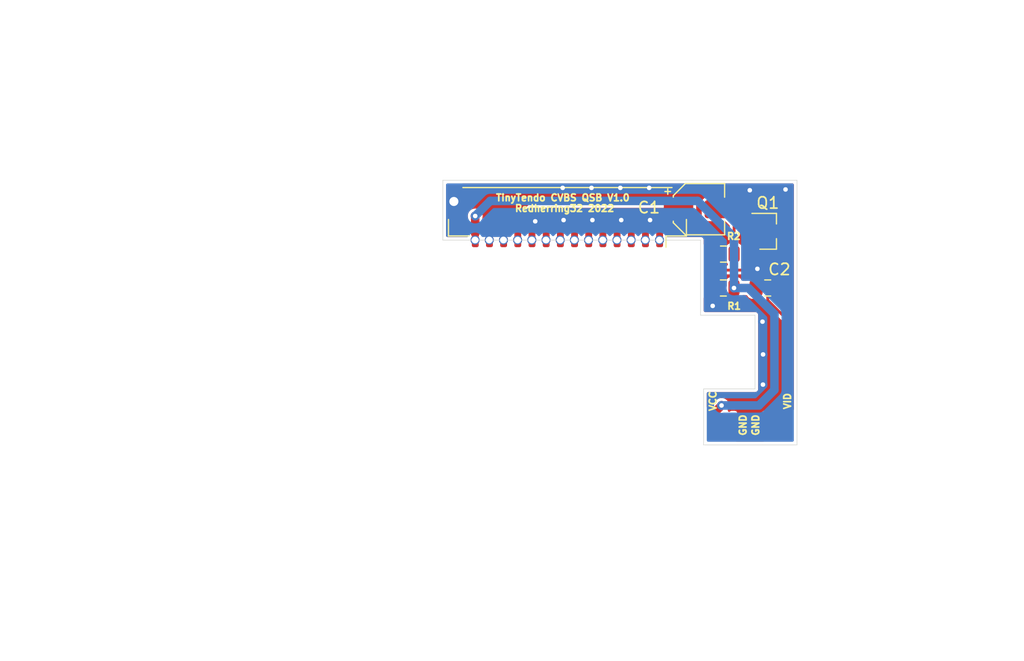
<source format=kicad_pcb>
(kicad_pcb (version 20171130) (host pcbnew "(5.1.10)-1")

  (general
    (thickness 0.6)
    (drawings 19)
    (tracks 74)
    (zones 0)
    (modules 10)
    (nets 17)
  )

  (page A4)
  (layers
    (0 F.Cu signal)
    (31 B.Cu signal)
    (32 B.Adhes user)
    (33 F.Adhes user)
    (34 B.Paste user)
    (35 F.Paste user)
    (36 B.SilkS user)
    (37 F.SilkS user)
    (38 B.Mask user)
    (39 F.Mask user)
    (40 Dwgs.User user)
    (41 Cmts.User user)
    (42 Eco1.User user)
    (43 Eco2.User user)
    (44 Edge.Cuts user)
    (45 Margin user)
    (46 B.CrtYd user)
    (47 F.CrtYd user)
    (48 B.Fab user)
    (49 F.Fab user hide)
  )

  (setup
    (last_trace_width 0.75)
    (user_trace_width 0.75)
    (trace_clearance 0.2)
    (zone_clearance 0.254)
    (zone_45_only no)
    (trace_min 0.2)
    (via_size 0.8)
    (via_drill 0.4)
    (via_min_size 0.4)
    (via_min_drill 0.3)
    (uvia_size 0.3)
    (uvia_drill 0.1)
    (uvias_allowed no)
    (uvia_min_size 0.2)
    (uvia_min_drill 0.1)
    (edge_width 0.05)
    (segment_width 0.2)
    (pcb_text_width 0.3)
    (pcb_text_size 1.5 1.5)
    (mod_edge_width 0.12)
    (mod_text_size 1 1)
    (mod_text_width 0.15)
    (pad_size 1 2.7)
    (pad_drill 0)
    (pad_to_mask_clearance 0)
    (aux_axis_origin 0 0)
    (visible_elements 7FFFFFFF)
    (pcbplotparams
      (layerselection 0x010fc_ffffffff)
      (usegerberextensions false)
      (usegerberattributes false)
      (usegerberadvancedattributes false)
      (creategerberjobfile false)
      (excludeedgelayer true)
      (linewidth 0.100000)
      (plotframeref false)
      (viasonmask false)
      (mode 1)
      (useauxorigin false)
      (hpglpennumber 1)
      (hpglpenspeed 20)
      (hpglpendiameter 15.000000)
      (psnegative false)
      (psa4output false)
      (plotreference true)
      (plotvalue true)
      (plotinvisibletext false)
      (padsonsilk false)
      (subtractmaskfromsilk false)
      (outputformat 1)
      (mirror false)
      (drillshape 0)
      (scaleselection 1)
      (outputdirectory "../Gerbers/CompositeAmp"))
  )

  (net 0 "")
  (net 1 /GND)
  (net 2 /5V)
  (net 3 /VIDEO-IN)
  (net 4 "Net-(J1-Pad10)")
  (net 5 "Net-(J1-Pad9)")
  (net 6 "Net-(J1-Pad8)")
  (net 7 "Net-(J1-Pad7)")
  (net 8 "Net-(J1-Pad6)")
  (net 9 "Net-(J1-Pad5)")
  (net 10 /VIDEO-OUT)
  (net 11 "Net-(J1-Pad4)")
  (net 12 "Net-(J1-Pad3)")
  (net 13 "Net-(J1-Pad2)")
  (net 14 "Net-(J1-Pad1)")
  (net 15 "Net-(Q1-Pad2)")
  (net 16 "Net-(C1-Pad2)")

  (net_class Default "This is the default net class."
    (clearance 0.2)
    (trace_width 0.25)
    (via_dia 0.8)
    (via_drill 0.4)
    (uvia_dia 0.3)
    (uvia_drill 0.1)
    (add_net /5V)
    (add_net /GND)
    (add_net /VIDEO-IN)
    (add_net /VIDEO-OUT)
    (add_net "Net-(C1-Pad2)")
    (add_net "Net-(J1-Pad1)")
    (add_net "Net-(J1-Pad10)")
    (add_net "Net-(J1-Pad2)")
    (add_net "Net-(J1-Pad3)")
    (add_net "Net-(J1-Pad4)")
    (add_net "Net-(J1-Pad5)")
    (add_net "Net-(J1-Pad6)")
    (add_net "Net-(J1-Pad7)")
    (add_net "Net-(J1-Pad8)")
    (add_net "Net-(J1-Pad9)")
    (add_net "Net-(Q1-Pad2)")
  )

  (module Capacitor_SMD:C_0805_2012Metric_Pad1.15x1.40mm_HandSolder (layer F.Cu) (tedit 5B36C52B) (tstamp 6292DF49)
    (at 85.25 72.73)
    (descr "Capacitor SMD 0805 (2012 Metric), square (rectangular) end terminal, IPC_7351 nominal with elongated pad for handsoldering. (Body size source: https://docs.google.com/spreadsheets/d/1BsfQQcO9C6DZCsRaXUlFlo91Tg2WpOkGARC1WS5S8t0/edit?usp=sharing), generated with kicad-footprint-generator")
    (tags "capacitor handsolder")
    (path /62935BB3)
    (attr smd)
    (fp_text reference C2 (at 1.03 -1.64) (layer F.SilkS)
      (effects (font (size 1 1) (thickness 0.15)))
    )
    (fp_text value 22uF (at 0 1.65) (layer F.Fab)
      (effects (font (size 1 1) (thickness 0.15)))
    )
    (fp_text user %R (at 0 0) (layer F.Fab)
      (effects (font (size 0.5 0.5) (thickness 0.08)))
    )
    (fp_line (start -1 0.6) (end -1 -0.6) (layer F.Fab) (width 0.1))
    (fp_line (start -1 -0.6) (end 1 -0.6) (layer F.Fab) (width 0.1))
    (fp_line (start 1 -0.6) (end 1 0.6) (layer F.Fab) (width 0.1))
    (fp_line (start 1 0.6) (end -1 0.6) (layer F.Fab) (width 0.1))
    (fp_line (start -0.261252 -0.71) (end 0.261252 -0.71) (layer F.SilkS) (width 0.12))
    (fp_line (start -0.261252 0.71) (end 0.261252 0.71) (layer F.SilkS) (width 0.12))
    (fp_line (start -1.85 0.95) (end -1.85 -0.95) (layer F.CrtYd) (width 0.05))
    (fp_line (start -1.85 -0.95) (end 1.85 -0.95) (layer F.CrtYd) (width 0.05))
    (fp_line (start 1.85 -0.95) (end 1.85 0.95) (layer F.CrtYd) (width 0.05))
    (fp_line (start 1.85 0.95) (end -1.85 0.95) (layer F.CrtYd) (width 0.05))
    (pad 2 smd roundrect (at 1.025 0) (size 1.15 1.4) (layers F.Cu F.Paste F.Mask) (roundrect_rratio 0.217391)
      (net 1 /GND))
    (pad 1 smd roundrect (at -1.025 0) (size 1.15 1.4) (layers F.Cu F.Paste F.Mask) (roundrect_rratio 0.217391)
      (net 2 /5V))
    (model ${KISYS3DMOD}/Capacitor_SMD.3dshapes/C_0805_2012Metric.wrl
      (at (xyz 0 0 0))
      (scale (xyz 1 1 1))
      (rotate (xyz 0 0 0))
    )
  )

  (module Package_TO_SOT_SMD:SOT-23 (layer F.Cu) (tedit 5A02FF57) (tstamp 6292D6C4)
    (at 85.26 67.73)
    (descr "SOT-23, Standard")
    (tags SOT-23)
    (path /6022F5A4)
    (attr smd)
    (fp_text reference Q1 (at 0 -2.5) (layer F.SilkS)
      (effects (font (size 1 1) (thickness 0.15)))
    )
    (fp_text value MMBT3906 (at 0 2.5) (layer F.Fab)
      (effects (font (size 1 1) (thickness 0.15)))
    )
    (fp_text user %R (at 0 0 90) (layer F.Fab)
      (effects (font (size 0.5 0.5) (thickness 0.075)))
    )
    (fp_line (start -0.7 -0.95) (end -0.7 1.5) (layer F.Fab) (width 0.1))
    (fp_line (start -0.15 -1.52) (end 0.7 -1.52) (layer F.Fab) (width 0.1))
    (fp_line (start -0.7 -0.95) (end -0.15 -1.52) (layer F.Fab) (width 0.1))
    (fp_line (start 0.7 -1.52) (end 0.7 1.52) (layer F.Fab) (width 0.1))
    (fp_line (start -0.7 1.52) (end 0.7 1.52) (layer F.Fab) (width 0.1))
    (fp_line (start 0.76 1.58) (end 0.76 0.65) (layer F.SilkS) (width 0.12))
    (fp_line (start 0.76 -1.58) (end 0.76 -0.65) (layer F.SilkS) (width 0.12))
    (fp_line (start -1.7 -1.75) (end 1.7 -1.75) (layer F.CrtYd) (width 0.05))
    (fp_line (start 1.7 -1.75) (end 1.7 1.75) (layer F.CrtYd) (width 0.05))
    (fp_line (start 1.7 1.75) (end -1.7 1.75) (layer F.CrtYd) (width 0.05))
    (fp_line (start -1.7 1.75) (end -1.7 -1.75) (layer F.CrtYd) (width 0.05))
    (fp_line (start 0.76 -1.58) (end -1.4 -1.58) (layer F.SilkS) (width 0.12))
    (fp_line (start 0.76 1.58) (end -0.7 1.58) (layer F.SilkS) (width 0.12))
    (pad 3 smd rect (at 1 0) (size 0.9 0.8) (layers F.Cu F.Paste F.Mask)
      (net 1 /GND))
    (pad 2 smd rect (at -1 0.95) (size 0.9 0.8) (layers F.Cu F.Paste F.Mask)
      (net 15 "Net-(Q1-Pad2)"))
    (pad 1 smd rect (at -1 -0.95) (size 0.9 0.8) (layers F.Cu F.Paste F.Mask)
      (net 3 /VIDEO-IN))
    (model ${KISYS3DMOD}/Package_TO_SOT_SMD.3dshapes/SOT-23.wrl
      (at (xyz 0 0 0))
      (scale (xyz 1 1 1))
      (rotate (xyz 0 0 0))
    )
  )

  (module Capacitor_SMD:CP_Elec_4x4.5 (layer F.Cu) (tedit 5BCA39CF) (tstamp 6275D37F)
    (at 79.19 65.78)
    (descr "SMD capacitor, aluminum electrolytic, Nichicon, 4.0x4.5mm")
    (tags "capacitor electrolytic")
    (path /6021CE25)
    (attr smd)
    (fp_text reference C1 (at -4.41 -0.14) (layer F.SilkS)
      (effects (font (size 1 1) (thickness 0.15)))
    )
    (fp_text value 100uF (at 0 3.2) (layer F.Fab)
      (effects (font (size 1 1) (thickness 0.15)))
    )
    (fp_line (start -3.35 1.05) (end -2.4 1.05) (layer F.CrtYd) (width 0.05))
    (fp_line (start -3.35 -1.05) (end -3.35 1.05) (layer F.CrtYd) (width 0.05))
    (fp_line (start -2.4 -1.05) (end -3.35 -1.05) (layer F.CrtYd) (width 0.05))
    (fp_line (start -2.4 1.05) (end -2.4 1.25) (layer F.CrtYd) (width 0.05))
    (fp_line (start -2.4 -1.25) (end -2.4 -1.05) (layer F.CrtYd) (width 0.05))
    (fp_line (start -2.4 -1.25) (end -1.25 -2.4) (layer F.CrtYd) (width 0.05))
    (fp_line (start -2.4 1.25) (end -1.25 2.4) (layer F.CrtYd) (width 0.05))
    (fp_line (start -1.25 -2.4) (end 2.4 -2.4) (layer F.CrtYd) (width 0.05))
    (fp_line (start -1.25 2.4) (end 2.4 2.4) (layer F.CrtYd) (width 0.05))
    (fp_line (start 2.4 1.05) (end 2.4 2.4) (layer F.CrtYd) (width 0.05))
    (fp_line (start 3.35 1.05) (end 2.4 1.05) (layer F.CrtYd) (width 0.05))
    (fp_line (start 3.35 -1.05) (end 3.35 1.05) (layer F.CrtYd) (width 0.05))
    (fp_line (start 2.4 -1.05) (end 3.35 -1.05) (layer F.CrtYd) (width 0.05))
    (fp_line (start 2.4 -2.4) (end 2.4 -1.05) (layer F.CrtYd) (width 0.05))
    (fp_line (start -2.75 -1.81) (end -2.75 -1.31) (layer F.SilkS) (width 0.12))
    (fp_line (start -3 -1.56) (end -2.5 -1.56) (layer F.SilkS) (width 0.12))
    (fp_line (start -2.26 1.195563) (end -1.195563 2.26) (layer F.SilkS) (width 0.12))
    (fp_line (start -2.26 -1.195563) (end -1.195563 -2.26) (layer F.SilkS) (width 0.12))
    (fp_line (start -2.26 -1.195563) (end -2.26 -1.06) (layer F.SilkS) (width 0.12))
    (fp_line (start -2.26 1.195563) (end -2.26 1.06) (layer F.SilkS) (width 0.12))
    (fp_line (start -1.195563 2.26) (end 2.26 2.26) (layer F.SilkS) (width 0.12))
    (fp_line (start -1.195563 -2.26) (end 2.26 -2.26) (layer F.SilkS) (width 0.12))
    (fp_line (start 2.26 -2.26) (end 2.26 -1.06) (layer F.SilkS) (width 0.12))
    (fp_line (start 2.26 2.26) (end 2.26 1.06) (layer F.SilkS) (width 0.12))
    (fp_line (start -1.374773 -1.2) (end -1.374773 -0.8) (layer F.Fab) (width 0.1))
    (fp_line (start -1.574773 -1) (end -1.174773 -1) (layer F.Fab) (width 0.1))
    (fp_line (start -2.15 1.15) (end -1.15 2.15) (layer F.Fab) (width 0.1))
    (fp_line (start -2.15 -1.15) (end -1.15 -2.15) (layer F.Fab) (width 0.1))
    (fp_line (start -2.15 -1.15) (end -2.15 1.15) (layer F.Fab) (width 0.1))
    (fp_line (start -1.15 2.15) (end 2.15 2.15) (layer F.Fab) (width 0.1))
    (fp_line (start -1.15 -2.15) (end 2.15 -2.15) (layer F.Fab) (width 0.1))
    (fp_line (start 2.15 -2.15) (end 2.15 2.15) (layer F.Fab) (width 0.1))
    (fp_circle (center 0 0) (end 2 0) (layer F.Fab) (width 0.1))
    (fp_text user %R (at 0 0) (layer F.Fab)
      (effects (font (size 0.8 0.8) (thickness 0.12)))
    )
    (pad 2 smd roundrect (at 1.8 0) (size 2.6 1.6) (layers F.Cu F.Paste F.Mask) (roundrect_rratio 0.15625)
      (net 16 "Net-(C1-Pad2)"))
    (pad 1 smd roundrect (at -1.8 0) (size 2.6 1.6) (layers F.Cu F.Paste F.Mask) (roundrect_rratio 0.15625)
      (net 10 /VIDEO-OUT))
    (model ${KISYS3DMOD}/Capacitor_SMD.3dshapes/CP_Elec_4x4.5.wrl
      (at (xyz 0 0 0))
      (scale (xyz 1 1 1))
      (rotate (xyz 0 0 0))
    )
  )

  (module Connector_JST:JST_GH_SM14B-GHS-TB_1x14-1MP_P1.25mm_Horizontal (layer F.Cu) (tedit 62757B29) (tstamp 6142A7BD)
    (at 67.6 66.43 180)
    (descr "JST GH series connector, SM14B-GHS-TB (http://www.jst-mfg.com/product/pdf/eng/eGH.pdf), generated with kicad-footprint-generator")
    (tags "connector JST GH top entry")
    (path /614475F0)
    (attr smd)
    (fp_text reference J1 (at 0.01 0.73 180) (layer F.Fab)
      (effects (font (size 1 1) (thickness 0.15)))
    )
    (fp_text value Conn_01x14_Female (at 0 3.9 180) (layer F.Fab)
      (effects (font (size 1 1) (thickness 0.15)))
    )
    (fp_line (start -10.375 -1.6) (end 10.375 -1.6) (layer F.Fab) (width 0.1))
    (fp_line (start -10.485 -0.26) (end -10.485 -1.71) (layer F.SilkS) (width 0.12))
    (fp_line (start -10.485 -1.71) (end -8.685 -1.71) (layer F.SilkS) (width 0.12))
    (fp_line (start -8.685 -1.71) (end -8.685 -2.7) (layer F.SilkS) (width 0.12))
    (fp_line (start 10.485 -0.26) (end 10.485 -1.71) (layer F.SilkS) (width 0.12))
    (fp_line (start 10.485 -1.71) (end 8.685 -1.71) (layer F.SilkS) (width 0.12))
    (fp_line (start -9.215 2.56) (end 9.215 2.56) (layer F.SilkS) (width 0.12))
    (fp_line (start -10.375 2.45) (end 10.375 2.45) (layer F.Fab) (width 0.1))
    (fp_line (start -10.375 -1.6) (end -10.375 2.45) (layer F.Fab) (width 0.1))
    (fp_line (start 10.375 -1.6) (end 10.375 2.45) (layer F.Fab) (width 0.1))
    (fp_line (start -10.98 -3.2) (end -10.98 3.2) (layer F.CrtYd) (width 0.05))
    (fp_line (start -10.98 3.2) (end 10.98 3.2) (layer F.CrtYd) (width 0.05))
    (fp_line (start 10.98 3.2) (end 10.98 -3.2) (layer F.CrtYd) (width 0.05))
    (fp_line (start 10.98 -3.2) (end -10.98 -3.2) (layer F.CrtYd) (width 0.05))
    (fp_line (start -8.625 -1.6) (end -8.125 -0.892893) (layer F.Fab) (width 0.1))
    (fp_line (start -8.125 -0.892893) (end -7.625 -1.6) (layer F.Fab) (width 0.1))
    (fp_text user %R (at 0 0 180) (layer F.Fab)
      (effects (font (size 1 1) (thickness 0.15)))
    )
    (pad MP smd roundrect (at 9.975 1.35 180) (size 1 2.7) (layers F.Cu F.Paste F.Mask) (roundrect_rratio 0.25))
    (pad 14 smd roundrect (at 8.125 -1.85 180) (size 0.6 1.7) (layers F.Cu F.Paste F.Mask) (roundrect_rratio 0.25)
      (net 2 /5V))
    (pad 13 smd roundrect (at 6.875 -1.85 180) (size 0.6 1.7) (layers F.Cu F.Paste F.Mask) (roundrect_rratio 0.25)
      (net 1 /GND))
    (pad 12 smd roundrect (at 5.625 -1.85 180) (size 0.6 1.7) (layers F.Cu F.Paste F.Mask) (roundrect_rratio 0.25)
      (net 1 /GND))
    (pad 11 smd roundrect (at 4.375 -1.85 180) (size 0.6 1.7) (layers F.Cu F.Paste F.Mask) (roundrect_rratio 0.25)
      (net 10 /VIDEO-OUT))
    (pad 10 smd roundrect (at 3.125 -1.85 180) (size 0.6 1.7) (layers F.Cu F.Paste F.Mask) (roundrect_rratio 0.25)
      (net 4 "Net-(J1-Pad10)"))
    (pad 9 smd roundrect (at 1.875 -1.85 180) (size 0.6 1.7) (layers F.Cu F.Paste F.Mask) (roundrect_rratio 0.25)
      (net 5 "Net-(J1-Pad9)"))
    (pad 8 smd roundrect (at 0.625 -1.85 180) (size 0.6 1.7) (layers F.Cu F.Paste F.Mask) (roundrect_rratio 0.25)
      (net 6 "Net-(J1-Pad8)"))
    (pad 7 smd roundrect (at -0.625 -1.85 180) (size 0.6 1.7) (layers F.Cu F.Paste F.Mask) (roundrect_rratio 0.25)
      (net 7 "Net-(J1-Pad7)"))
    (pad 6 smd roundrect (at -1.875 -1.85 180) (size 0.6 1.7) (layers F.Cu F.Paste F.Mask) (roundrect_rratio 0.25)
      (net 8 "Net-(J1-Pad6)"))
    (pad 5 smd roundrect (at -3.125 -1.85 180) (size 0.6 1.7) (layers F.Cu F.Paste F.Mask) (roundrect_rratio 0.25)
      (net 9 "Net-(J1-Pad5)"))
    (pad 4 smd roundrect (at -4.375 -1.85 180) (size 0.6 1.7) (layers F.Cu F.Paste F.Mask) (roundrect_rratio 0.25)
      (net 11 "Net-(J1-Pad4)"))
    (pad 3 smd roundrect (at -5.625 -1.85 180) (size 0.6 1.7) (layers F.Cu F.Paste F.Mask) (roundrect_rratio 0.25)
      (net 12 "Net-(J1-Pad3)"))
    (pad 2 smd roundrect (at -6.875 -1.85 180) (size 0.6 1.7) (layers F.Cu F.Paste F.Mask) (roundrect_rratio 0.25)
      (net 13 "Net-(J1-Pad2)"))
    (pad 1 smd roundrect (at -8.125 -1.85 180) (size 0.6 1.7) (layers F.Cu F.Paste F.Mask) (roundrect_rratio 0.25)
      (net 14 "Net-(J1-Pad1)"))
  )

  (module TinyTendo:SolderPad (layer F.Cu) (tedit 604C5499) (tstamp 6142AD00)
    (at 85.48 84.8 180)
    (path /6142B86A)
    (fp_text reference GND1 (at 1.29 0.01 90) (layer F.Fab)
      (effects (font (size 0.6 0.6) (thickness 0.15)))
    )
    (fp_text value TestPoint (at 0 -0.5) (layer F.Fab)
      (effects (font (size 1 1) (thickness 0.15)))
    )
    (pad 1 smd rect (at 0 0 180) (size 1 2) (layers F.Cu F.Paste F.Mask)
      (net 1 /GND))
  )

  (module TinyTendo:SolderPad (layer F.Cu) (tedit 604C5499) (tstamp 6142ACFB)
    (at 86.89 84.79 180)
    (path /61444DBD)
    (fp_text reference VID1 (at -0.1 1.95 90) (layer F.Fab)
      (effects (font (size 0.6 0.6) (thickness 0.15)))
    )
    (fp_text value TestPoint (at 0 -0.5) (layer F.Fab)
      (effects (font (size 1 1) (thickness 0.15)))
    )
    (pad 1 smd rect (at 0 0 180) (size 1 2) (layers F.Cu F.Paste F.Mask)
      (net 3 /VIDEO-IN))
  )

  (module TinyTendo:SolderPad (layer F.Cu) (tedit 604C5499) (tstamp 6142ACF6)
    (at 81.83 84.82 180)
    (path /6144479E)
    (fp_text reference GND2 (at -1.24 0.05 90) (layer F.Fab)
      (effects (font (size 0.6 0.6) (thickness 0.15)))
    )
    (fp_text value TestPoint (at 0 -0.5) (layer F.Fab)
      (effects (font (size 1 1) (thickness 0.15)))
    )
    (pad 1 smd rect (at 0 0 180) (size 1 2) (layers F.Cu F.Paste F.Mask)
      (net 1 /GND))
  )

  (module TinyTendo:SolderPad (layer F.Cu) (tedit 604C5499) (tstamp 6142ACF1)
    (at 80.41 84.83 180)
    (path /61444261)
    (fp_text reference VCC1 (at 0 2.12 90) (layer F.Fab)
      (effects (font (size 0.6 0.6) (thickness 0.15)))
    )
    (fp_text value TestPoint (at 0 -0.5) (layer F.Fab)
      (effects (font (size 1 1) (thickness 0.15)))
    )
    (pad 1 smd rect (at 0 0 180) (size 1 2) (layers F.Cu F.Paste F.Mask)
      (net 2 /5V))
  )

  (module Resistor_SMD:R_0805_2012Metric (layer F.Cu) (tedit 5B36C52B) (tstamp 6142A299)
    (at 81.35 69.74 180)
    (descr "Resistor SMD 0805 (2012 Metric), square (rectangular) end terminal, IPC_7351 nominal, (Body size source: https://docs.google.com/spreadsheets/d/1BsfQQcO9C6DZCsRaXUlFlo91Tg2WpOkGARC1WS5S8t0/edit?usp=sharing), generated with kicad-footprint-generator")
    (tags resistor)
    (path /6021FB84)
    (attr smd)
    (fp_text reference R2 (at -0.91 1.57) (layer F.SilkS)
      (effects (font (size 0.6 0.6) (thickness 0.15)))
    )
    (fp_text value 110R (at 0 1.65) (layer F.Fab)
      (effects (font (size 1 1) (thickness 0.15)))
    )
    (fp_line (start -1 0.6) (end -1 -0.6) (layer F.Fab) (width 0.1))
    (fp_line (start -1 -0.6) (end 1 -0.6) (layer F.Fab) (width 0.1))
    (fp_line (start 1 -0.6) (end 1 0.6) (layer F.Fab) (width 0.1))
    (fp_line (start 1 0.6) (end -1 0.6) (layer F.Fab) (width 0.1))
    (fp_line (start -0.258578 -0.71) (end 0.258578 -0.71) (layer F.SilkS) (width 0.12))
    (fp_line (start -0.258578 0.71) (end 0.258578 0.71) (layer F.SilkS) (width 0.12))
    (fp_line (start -1.68 0.95) (end -1.68 -0.95) (layer F.CrtYd) (width 0.05))
    (fp_line (start -1.68 -0.95) (end 1.68 -0.95) (layer F.CrtYd) (width 0.05))
    (fp_line (start 1.68 -0.95) (end 1.68 0.95) (layer F.CrtYd) (width 0.05))
    (fp_line (start 1.68 0.95) (end -1.68 0.95) (layer F.CrtYd) (width 0.05))
    (fp_text user %R (at 0 0) (layer F.Fab)
      (effects (font (size 0.5 0.5) (thickness 0.08)))
    )
    (pad 2 smd roundrect (at 0.9375 0 180) (size 0.975 1.4) (layers F.Cu F.Paste F.Mask) (roundrect_rratio 0.25)
      (net 15 "Net-(Q1-Pad2)"))
    (pad 1 smd roundrect (at -0.9375 0 180) (size 0.975 1.4) (layers F.Cu F.Paste F.Mask) (roundrect_rratio 0.25)
      (net 16 "Net-(C1-Pad2)"))
    (model ${KISYS3DMOD}/Resistor_SMD.3dshapes/R_0805_2012Metric.wrl
      (at (xyz 0 0 0))
      (scale (xyz 1 1 1))
      (rotate (xyz 0 0 0))
    )
  )

  (module Resistor_SMD:R_0805_2012Metric (layer F.Cu) (tedit 5B36C52B) (tstamp 6142A288)
    (at 81.34 72.73 180)
    (descr "Resistor SMD 0805 (2012 Metric), square (rectangular) end terminal, IPC_7351 nominal, (Body size source: https://docs.google.com/spreadsheets/d/1BsfQQcO9C6DZCsRaXUlFlo91Tg2WpOkGARC1WS5S8t0/edit?usp=sharing), generated with kicad-footprint-generator")
    (tags resistor)
    (path /60224C90)
    (attr smd)
    (fp_text reference R1 (at -0.95 -1.6) (layer F.SilkS)
      (effects (font (size 0.6 0.6) (thickness 0.15)))
    )
    (fp_text value 300R (at 0 1.65) (layer F.Fab)
      (effects (font (size 1 1) (thickness 0.15)))
    )
    (fp_line (start -1 0.6) (end -1 -0.6) (layer F.Fab) (width 0.1))
    (fp_line (start -1 -0.6) (end 1 -0.6) (layer F.Fab) (width 0.1))
    (fp_line (start 1 -0.6) (end 1 0.6) (layer F.Fab) (width 0.1))
    (fp_line (start 1 0.6) (end -1 0.6) (layer F.Fab) (width 0.1))
    (fp_line (start -0.258578 -0.71) (end 0.258578 -0.71) (layer F.SilkS) (width 0.12))
    (fp_line (start -0.258578 0.71) (end 0.258578 0.71) (layer F.SilkS) (width 0.12))
    (fp_line (start -1.68 0.95) (end -1.68 -0.95) (layer F.CrtYd) (width 0.05))
    (fp_line (start -1.68 -0.95) (end 1.68 -0.95) (layer F.CrtYd) (width 0.05))
    (fp_line (start 1.68 -0.95) (end 1.68 0.95) (layer F.CrtYd) (width 0.05))
    (fp_line (start 1.68 0.95) (end -1.68 0.95) (layer F.CrtYd) (width 0.05))
    (fp_text user %R (at 0 0) (layer F.Fab)
      (effects (font (size 0.5 0.5) (thickness 0.08)))
    )
    (pad 2 smd roundrect (at 0.9375 0 180) (size 0.975 1.4) (layers F.Cu F.Paste F.Mask) (roundrect_rratio 0.25)
      (net 15 "Net-(Q1-Pad2)"))
    (pad 1 smd roundrect (at -0.9375 0 180) (size 0.975 1.4) (layers F.Cu F.Paste F.Mask) (roundrect_rratio 0.25)
      (net 2 /5V))
    (model ${KISYS3DMOD}/Resistor_SMD.3dshapes/R_0805_2012Metric.wrl
      (at (xyz 0 0 0))
      (scale (xyz 1 1 1))
      (rotate (xyz 0 0 0))
    )
  )

  (gr_text VID (at 86.99 82.71 90) (layer F.SilkS) (tstamp 6292E61D)
    (effects (font (size 0.6 0.6) (thickness 0.15)))
  )
  (gr_text "VCC\n" (at 80.42 82.71 90) (layer F.SilkS) (tstamp 6292E619)
    (effects (font (size 0.6 0.6) (thickness 0.15)))
  )
  (gr_text GND (at 84.19 84.82 90) (layer F.SilkS) (tstamp 6292E617)
    (effects (font (size 0.6 0.6) (thickness 0.15)))
  )
  (gr_text GND (at 83.07 84.82 90) (layer F.SilkS)
    (effects (font (size 0.6 0.6) (thickness 0.15)))
  )
  (gr_text "Redherring32 2022" (at 67.35 65.71) (layer F.SilkS)
    (effects (font (size 0.6 0.6) (thickness 0.15)))
  )
  (gr_text "TinyTendo CVBS QSB V1.0\n" (at 67.19 64.77) (layer F.SilkS)
    (effects (font (size 0.6 0.6) (thickness 0.15)))
  )
  (gr_line (start 79.6 86.57) (end 87.83 86.57) (layer Edge.Cuts) (width 0.05))
  (gr_line (start 84.13 81.63) (end 79.6 81.63) (layer Edge.Cuts) (width 0.05))
  (gr_line (start 79.6 81.63) (end 79.6 86.57) (layer Edge.Cuts) (width 0.05))
  (gr_line (start 87.83 63.23) (end 87.83 86.57) (layer Edge.Cuts) (width 0.05))
  (gr_line (start 84.13 75.13) (end 84.13 81.63) (layer Edge.Cuts) (width 0.05))
  (gr_poly (pts (xy 76.17 69.57) (xy 76.05 68.14) (xy 58.91 68.15) (xy 58.96 69.49)) (layer B.Mask) (width 0.1) (tstamp 6142F86A))
  (gr_poly (pts (xy 58.96 69.61) (xy 58.97 67.51) (xy 76.17 67.56) (xy 76.17 69.53)) (layer F.Mask) (width 0.1))
  (gr_line (start 79.33 75.13) (end 84.13 75.13) (layer Edge.Cuts) (width 0.05))
  (gr_line (start 79.33 68.51) (end 79.33 75.13) (layer Edge.Cuts) (width 0.05))
  (gr_line (start 56.62 68.51) (end 79.33 68.51) (layer Edge.Cuts) (width 0.05))
  (gr_line (start 56.62 63.23) (end 56.62 68.51) (layer Edge.Cuts) (width 0.05))
  (gr_line (start 78.58 63.23) (end 56.62 63.23) (layer Edge.Cuts) (width 0.05))
  (gr_line (start 78.58 63.23) (end 87.83 63.23) (layer Edge.Cuts) (width 0.05))

  (via (at 57.59 65.1) (size 1) (drill 0.8) (layers F.Cu B.Cu) (net 1))
  (via (at 60.71 68.5) (size 0.8) (drill 0.6) (layers F.Cu B.Cu) (net 1) (tstamp 6142D2C2))
  (via (at 61.96 68.5) (size 0.8) (drill 0.6) (layers F.Cu B.Cu) (net 1) (tstamp 6142D2C4))
  (via (at 67.18 63.9) (size 0.8) (drill 0.4) (layers F.Cu B.Cu) (net 1) (tstamp 6142E8E8))
  (via (at 69.72 63.9) (size 0.8) (drill 0.4) (layers F.Cu B.Cu) (net 1) (tstamp 6142E924))
  (via (at 69.8 66.74) (size 0.8) (drill 0.4) (layers F.Cu B.Cu) (net 1) (tstamp 6142E926))
  (via (at 72.26 63.9) (size 0.8) (drill 0.4) (layers F.Cu B.Cu) (net 1) (tstamp 6142E960))
  (via (at 72.34 66.74) (size 0.8) (drill 0.4) (layers F.Cu B.Cu) (net 1) (tstamp 6142E962))
  (via (at 74.88 66.74) (size 0.8) (drill 0.4) (layers F.Cu B.Cu) (net 1) (tstamp 6142E99E))
  (via (at 67.26 66.74) (size 0.8) (drill 0.4) (layers F.Cu B.Cu) (net 1) (tstamp 6142E8EA))
  (via (at 64.76 66.85) (size 0.8) (drill 0.4) (layers F.Cu B.Cu) (net 1) (tstamp 6142E8AE))
  (via (at 74.8 63.9) (size 0.8) (drill 0.4) (layers F.Cu B.Cu) (net 1) (tstamp 6142E99C))
  (via (at 83.67 64.11) (size 0.8) (drill 0.4) (layers F.Cu B.Cu) (net 1))
  (via (at 86.82 64.04) (size 0.8) (drill 0.4) (layers F.Cu B.Cu) (net 1))
  (via (at 80.4 74.31) (size 0.8) (drill 0.4) (layers F.Cu B.Cu) (net 1))
  (segment (start 61.975 67.42859) (end 61.975 68.15999) (width 0.25) (layer F.Cu) (net 1))
  (segment (start 65.50359 63.9) (end 61.975 67.42859) (width 0.25) (layer F.Cu) (net 1))
  (segment (start 67.18 63.9) (end 65.50359 63.9) (width 0.25) (layer F.Cu) (net 1))
  (segment (start 60.725 66.561998) (end 60.725 68.15999) (width 0.25) (layer F.Cu) (net 1))
  (segment (start 59.263002 65.1) (end 60.725 66.561998) (width 0.25) (layer F.Cu) (net 1))
  (segment (start 57.59 65.1) (end 59.263002 65.1) (width 0.25) (layer F.Cu) (net 1))
  (via (at 84.79 75.7) (size 0.8) (drill 0.4) (layers F.Cu B.Cu) (net 1))
  (via (at 84.84 78.59) (size 0.8) (drill 0.4) (layers F.Cu B.Cu) (net 1))
  (via (at 84.83 81.25) (size 0.8) (drill 0.4) (layers F.Cu B.Cu) (net 1))
  (via (at 84.34 71.04) (size 0.8) (drill 0.4) (layers F.Cu B.Cu) (net 1))
  (via (at 59.46 68.5) (size 0.8) (drill 0.6) (layers F.Cu B.Cu) (net 2))
  (segment (start 59.47 66.945685) (end 59.47 66.38) (width 0.75) (layer F.Cu) (net 2))
  (segment (start 59.475 67.90999) (end 59.47 67.90499) (width 0.75) (layer F.Cu) (net 2))
  (segment (start 59.47 67.90499) (end 59.47 66.945685) (width 0.75) (layer F.Cu) (net 2))
  (via (at 59.47 66.38) (size 0.8) (drill 0.4) (layers F.Cu B.Cu) (net 2))
  (via (at 81.18 83.09) (size 0.8) (drill 0.4) (layers F.Cu B.Cu) (net 2))
  (segment (start 80.41 84.83) (end 80.41 83.86) (width 0.75) (layer F.Cu) (net 2))
  (segment (start 80.41 83.86) (end 81.18 83.09) (width 0.75) (layer F.Cu) (net 2))
  (segment (start 85.84 81.72) (end 84.47 83.09) (width 0.75) (layer B.Cu) (net 2))
  (segment (start 85.84 75.024297) (end 85.84 81.72) (width 0.75) (layer B.Cu) (net 2))
  (segment (start 84.47 83.09) (end 81.18 83.09) (width 0.75) (layer B.Cu) (net 2))
  (via (at 82.2775 72.73) (size 0.8) (drill 0.4) (layers F.Cu B.Cu) (net 2))
  (segment (start 83.545703 72.73) (end 82.2775 72.73) (width 0.75) (layer B.Cu) (net 2))
  (segment (start 85.84 75.024297) (end 83.545703 72.73) (width 0.75) (layer B.Cu) (net 2))
  (segment (start 60.8 65.05) (end 59.47 66.38) (width 0.75) (layer B.Cu) (net 2))
  (segment (start 79.07 65.05) (end 60.8 65.05) (width 0.75) (layer B.Cu) (net 2))
  (segment (start 82.2775 68.2575) (end 79.07 65.05) (width 0.75) (layer B.Cu) (net 2))
  (segment (start 82.2775 72.73) (end 82.2775 68.2575) (width 0.75) (layer B.Cu) (net 2))
  (segment (start 84.225 72.73) (end 82.2775 72.73) (width 0.75) (layer F.Cu) (net 2))
  (segment (start 85.25 67.79) (end 84.25 66.79) (width 0.25) (layer F.Cu) (net 3))
  (segment (start 85.25 73.81) (end 85.25 67.79) (width 0.25) (layer F.Cu) (net 3))
  (segment (start 86.91 75.47) (end 85.25 73.81) (width 0.25) (layer F.Cu) (net 3))
  (segment (start 86.91 84.77) (end 86.91 75.47) (width 0.25) (layer F.Cu) (net 3))
  (segment (start 86.89 84.79) (end 86.91 84.77) (width 0.25) (layer F.Cu) (net 3))
  (via (at 64.46 68.5) (size 0.8) (drill 0.6) (layers F.Cu B.Cu) (net 4) (tstamp 6142D2C8))
  (via (at 65.71 68.5) (size 0.8) (drill 0.6) (layers F.Cu B.Cu) (net 5) (tstamp 6142D2CA))
  (via (at 66.96 68.5) (size 0.8) (drill 0.6) (layers F.Cu B.Cu) (net 6) (tstamp 6142D2CC))
  (via (at 68.21 68.5) (size 0.8) (drill 0.6) (layers F.Cu B.Cu) (net 7) (tstamp 6142D2CE))
  (via (at 69.46 68.5) (size 0.8) (drill 0.6) (layers F.Cu B.Cu) (net 8) (tstamp 6142D2D0))
  (via (at 70.71 68.5) (size 0.8) (drill 0.6) (layers F.Cu B.Cu) (net 9) (tstamp 6142D2D2))
  (via (at 63.21 68.5) (size 0.8) (drill 0.6) (layers F.Cu B.Cu) (net 10) (tstamp 6142D2C6))
  (segment (start 63.225 68.15999) (end 63.225 66.815) (width 0.25) (layer F.Cu) (net 10))
  (segment (start 64.26 65.78) (end 63.225 66.815) (width 0.25) (layer F.Cu) (net 10))
  (segment (start 77.39 65.78) (end 64.26 65.78) (width 0.25) (layer F.Cu) (net 10))
  (via (at 71.96 68.5) (size 0.8) (drill 0.6) (layers F.Cu B.Cu) (net 11) (tstamp 6142D2D4))
  (via (at 73.21 68.5) (size 0.8) (drill 0.6) (layers F.Cu B.Cu) (net 12) (tstamp 6142D2D6))
  (via (at 74.46 68.5) (size 0.8) (drill 0.6) (layers F.Cu B.Cu) (net 13) (tstamp 6142D2D8))
  (via (at 75.71 68.5) (size 0.8) (drill 0.6) (layers F.Cu B.Cu) (net 14) (tstamp 6142D2DA))
  (segment (start 82.2875 67.0775) (end 80.99 65.78) (width 0.25) (layer F.Cu) (net 16))
  (segment (start 82.2875 67.0775) (end 82.2875 69.74) (width 0.25) (layer F.Cu) (net 16))
  (segment (start 80.4025 70.7) (end 80.4125 70.69) (width 0.25) (layer F.Cu) (net 15))
  (segment (start 80.4025 69.75) (end 80.4125 69.74) (width 0.25) (layer F.Cu) (net 15))
  (segment (start 80.4025 70.7) (end 80.4025 69.75) (width 0.25) (layer F.Cu) (net 15))
  (segment (start 80.4025 72.73) (end 80.4025 71.1525) (width 0.25) (layer F.Cu) (net 15))
  (segment (start 80.4025 71.1525) (end 80.4025 70.7) (width 0.25) (layer F.Cu) (net 15))
  (segment (start 84.28 68.7) (end 84.26 68.68) (width 0.25) (layer F.Cu) (net 15))
  (segment (start 84.28 69.98) (end 84.28 68.7) (width 0.25) (layer F.Cu) (net 15))
  (segment (start 83.1075 71.1525) (end 84.28 69.98) (width 0.25) (layer F.Cu) (net 15))
  (segment (start 80.4025 71.1525) (end 83.1075 71.1525) (width 0.25) (layer F.Cu) (net 15))

  (zone (net 1) (net_name /GND) (layer F.Cu) (tstamp 622297ED) (hatch edge 0.508)
    (connect_pads (clearance 0.254))
    (min_thickness 0.254)
    (fill yes (arc_segments 32) (thermal_gap 0.254) (thermal_bridge_width 0.3))
    (polygon
      (pts
        (xy 24.47 51.61) (xy 103.27 51.61) (xy 103.27 95.83) (xy 24.8 95.83)
      )
    )
    (filled_polygon
      (pts
        (xy 81.911508 71.659197) (xy 81.793963 71.694854) (xy 81.685634 71.752757) (xy 81.590682 71.830682) (xy 81.512757 71.925634)
        (xy 81.454854 72.033963) (xy 81.419197 72.151508) (xy 81.407157 72.27375) (xy 81.407157 73.18625) (xy 81.419197 73.308492)
        (xy 81.454854 73.426037) (xy 81.512757 73.534366) (xy 81.590682 73.629318) (xy 81.685634 73.707243) (xy 81.793963 73.765146)
        (xy 81.911508 73.800803) (xy 82.03375 73.812843) (xy 82.52125 73.812843) (xy 82.643492 73.800803) (xy 82.761037 73.765146)
        (xy 82.869366 73.707243) (xy 82.964318 73.629318) (xy 83.042243 73.534366) (xy 83.068095 73.486) (xy 83.349442 73.486)
        (xy 83.37381 73.531589) (xy 83.452512 73.627488) (xy 83.548411 73.70619) (xy 83.657821 73.764671) (xy 83.776538 73.800683)
        (xy 83.899999 73.812843) (xy 84.550001 73.812843) (xy 84.673462 73.800683) (xy 84.744 73.779286) (xy 84.744 73.785154)
        (xy 84.741553 73.81) (xy 84.744 73.834846) (xy 84.744 73.834853) (xy 84.751322 73.909192) (xy 84.780255 74.004574)
        (xy 84.827241 74.092479) (xy 84.890473 74.169527) (xy 84.909785 74.185376) (xy 86.404001 75.679593) (xy 86.404 83.407157)
        (xy 86.39 83.407157) (xy 86.315311 83.414513) (xy 86.243492 83.436299) (xy 86.177304 83.471678) (xy 86.175996 83.472751)
        (xy 86.126508 83.446299) (xy 86.054689 83.424513) (xy 85.98 83.417157) (xy 85.59825 83.419) (xy 85.503 83.51425)
        (xy 85.503 84.777) (xy 85.523 84.777) (xy 85.523 84.823) (xy 85.503 84.823) (xy 85.503 84.843)
        (xy 85.457 84.843) (xy 85.457 84.823) (xy 84.69425 84.823) (xy 84.599 84.91825) (xy 84.597157 85.8)
        (xy 84.604513 85.874689) (xy 84.626299 85.946508) (xy 84.661678 86.012696) (xy 84.709289 86.070711) (xy 84.767304 86.118322)
        (xy 84.833492 86.153701) (xy 84.867443 86.164) (xy 82.494657 86.164) (xy 82.542696 86.138322) (xy 82.600711 86.090711)
        (xy 82.648322 86.032696) (xy 82.683701 85.966508) (xy 82.705487 85.894689) (xy 82.712843 85.82) (xy 82.711 84.93825)
        (xy 82.61575 84.843) (xy 81.853 84.843) (xy 81.853 84.863) (xy 81.807 84.863) (xy 81.807 84.843)
        (xy 81.787 84.843) (xy 81.787 84.797) (xy 81.807 84.797) (xy 81.807 84.777) (xy 81.853 84.777)
        (xy 81.853 84.797) (xy 82.61575 84.797) (xy 82.711 84.70175) (xy 82.712843 83.82) (xy 82.710874 83.8)
        (xy 84.597157 83.8) (xy 84.599 84.68175) (xy 84.69425 84.777) (xy 85.457 84.777) (xy 85.457 83.51425)
        (xy 85.36175 83.419) (xy 84.98 83.417157) (xy 84.905311 83.424513) (xy 84.833492 83.446299) (xy 84.767304 83.481678)
        (xy 84.709289 83.529289) (xy 84.661678 83.587304) (xy 84.626299 83.653492) (xy 84.604513 83.725311) (xy 84.597157 83.8)
        (xy 82.710874 83.8) (xy 82.705487 83.745311) (xy 82.683701 83.673492) (xy 82.648322 83.607304) (xy 82.600711 83.549289)
        (xy 82.542696 83.501678) (xy 82.476508 83.466299) (xy 82.404689 83.444513) (xy 82.33 83.437157) (xy 81.94825 83.439)
        (xy 81.853002 83.534248) (xy 81.853002 83.488544) (xy 81.872113 83.459942) (xy 81.930987 83.317809) (xy 81.961 83.166922)
        (xy 81.961 83.013078) (xy 81.930987 82.862191) (xy 81.872113 82.720058) (xy 81.786642 82.592141) (xy 81.677859 82.483358)
        (xy 81.549942 82.397887) (xy 81.407809 82.339013) (xy 81.256922 82.309) (xy 81.103078 82.309) (xy 80.952191 82.339013)
        (xy 80.810058 82.397887) (xy 80.682141 82.483358) (xy 80.573358 82.592141) (xy 80.502163 82.698692) (xy 80.006 83.194856)
        (xy 80.006 82.036) (xy 84.11006 82.036) (xy 84.13 82.037964) (xy 84.20959 82.030125) (xy 84.286121 82.00691)
        (xy 84.356653 81.96921) (xy 84.418474 81.918474) (xy 84.46921 81.856653) (xy 84.50691 81.786121) (xy 84.530125 81.70959)
        (xy 84.536 81.649941) (xy 84.537964 81.63) (xy 84.536 81.610059) (xy 84.536 75.149941) (xy 84.537964 75.13)
        (xy 84.530125 75.05041) (xy 84.50691 74.973879) (xy 84.46921 74.903347) (xy 84.418474 74.841526) (xy 84.356653 74.79079)
        (xy 84.286121 74.75309) (xy 84.20959 74.729875) (xy 84.149941 74.724) (xy 84.14994 74.724) (xy 84.13 74.722036)
        (xy 84.110059 74.724) (xy 79.736 74.724) (xy 79.736 73.645993) (xy 79.810634 73.707243) (xy 79.918963 73.765146)
        (xy 80.036508 73.800803) (xy 80.15875 73.812843) (xy 80.64625 73.812843) (xy 80.768492 73.800803) (xy 80.886037 73.765146)
        (xy 80.994366 73.707243) (xy 81.089318 73.629318) (xy 81.167243 73.534366) (xy 81.225146 73.426037) (xy 81.260803 73.308492)
        (xy 81.272843 73.18625) (xy 81.272843 72.27375) (xy 81.260803 72.151508) (xy 81.225146 72.033963) (xy 81.167243 71.925634)
        (xy 81.089318 71.830682) (xy 80.994366 71.752757) (xy 80.9085 71.706861) (xy 80.9085 71.6585) (xy 81.918585 71.6585)
      )
    )
    (filled_polygon
      (pts
        (xy 87.424001 83.410506) (xy 87.416 83.409718) (xy 87.416 75.494854) (xy 87.418448 75.47) (xy 87.408678 75.370807)
        (xy 87.379745 75.275425) (xy 87.332759 75.187521) (xy 87.269527 75.110473) (xy 87.25022 75.094628) (xy 85.967355 73.811764)
        (xy 86.15675 73.811) (xy 86.252 73.71575) (xy 86.252 72.753) (xy 86.298 72.753) (xy 86.298 73.71575)
        (xy 86.39325 73.811) (xy 86.85 73.812843) (xy 86.924689 73.805487) (xy 86.996508 73.783701) (xy 87.062696 73.748322)
        (xy 87.120711 73.700711) (xy 87.168322 73.642696) (xy 87.203701 73.576508) (xy 87.225487 73.504689) (xy 87.232843 73.43)
        (xy 87.231 72.84825) (xy 87.13575 72.753) (xy 86.298 72.753) (xy 86.252 72.753) (xy 86.232 72.753)
        (xy 86.232 72.707) (xy 86.252 72.707) (xy 86.252 71.74425) (xy 86.298 71.74425) (xy 86.298 72.707)
        (xy 87.13575 72.707) (xy 87.231 72.61175) (xy 87.232843 72.03) (xy 87.225487 71.955311) (xy 87.203701 71.883492)
        (xy 87.168322 71.817304) (xy 87.120711 71.759289) (xy 87.062696 71.711678) (xy 86.996508 71.676299) (xy 86.924689 71.654513)
        (xy 86.85 71.647157) (xy 86.39325 71.649) (xy 86.298 71.74425) (xy 86.252 71.74425) (xy 86.15675 71.649)
        (xy 85.756 71.647383) (xy 85.756 68.507525) (xy 85.81 68.512843) (xy 86.14175 68.511) (xy 86.237 68.41575)
        (xy 86.237 67.753) (xy 86.283 67.753) (xy 86.283 68.41575) (xy 86.37825 68.511) (xy 86.71 68.512843)
        (xy 86.784689 68.505487) (xy 86.856508 68.483701) (xy 86.922696 68.448322) (xy 86.980711 68.400711) (xy 87.028322 68.342696)
        (xy 87.063701 68.276508) (xy 87.085487 68.204689) (xy 87.092843 68.13) (xy 87.091 67.84825) (xy 86.99575 67.753)
        (xy 86.283 67.753) (xy 86.237 67.753) (xy 86.217 67.753) (xy 86.217 67.707) (xy 86.237 67.707)
        (xy 86.237 67.04425) (xy 86.283 67.04425) (xy 86.283 67.707) (xy 86.99575 67.707) (xy 87.091 67.61175)
        (xy 87.092843 67.33) (xy 87.085487 67.255311) (xy 87.063701 67.183492) (xy 87.028322 67.117304) (xy 86.980711 67.059289)
        (xy 86.922696 67.011678) (xy 86.856508 66.976299) (xy 86.784689 66.954513) (xy 86.71 66.947157) (xy 86.37825 66.949)
        (xy 86.283 67.04425) (xy 86.237 67.04425) (xy 86.14175 66.949) (xy 85.81 66.947157) (xy 85.735311 66.954513)
        (xy 85.663492 66.976299) (xy 85.597304 67.011678) (xy 85.539289 67.059289) (xy 85.491678 67.117304) (xy 85.456299 67.183492)
        (xy 85.434513 67.255311) (xy 85.434189 67.258598) (xy 85.092843 66.917252) (xy 85.092843 66.38) (xy 85.085487 66.305311)
        (xy 85.063701 66.233492) (xy 85.028322 66.167304) (xy 84.980711 66.109289) (xy 84.922696 66.061678) (xy 84.856508 66.026299)
        (xy 84.784689 66.004513) (xy 84.71 65.997157) (xy 83.81 65.997157) (xy 83.735311 66.004513) (xy 83.663492 66.026299)
        (xy 83.597304 66.061678) (xy 83.539289 66.109289) (xy 83.491678 66.167304) (xy 83.456299 66.233492) (xy 83.434513 66.305311)
        (xy 83.427157 66.38) (xy 83.427157 67.18) (xy 83.434513 67.254689) (xy 83.456299 67.326508) (xy 83.491678 67.392696)
        (xy 83.539289 67.450711) (xy 83.597304 67.498322) (xy 83.663492 67.533701) (xy 83.735311 67.555487) (xy 83.81 67.562843)
        (xy 84.307252 67.562843) (xy 84.641565 67.897157) (xy 83.81 67.897157) (xy 83.735311 67.904513) (xy 83.663492 67.926299)
        (xy 83.597304 67.961678) (xy 83.539289 68.009289) (xy 83.491678 68.067304) (xy 83.456299 68.133492) (xy 83.434513 68.205311)
        (xy 83.427157 68.28) (xy 83.427157 69.08) (xy 83.434513 69.154689) (xy 83.456299 69.226508) (xy 83.491678 69.292696)
        (xy 83.539289 69.350711) (xy 83.597304 69.398322) (xy 83.663492 69.433701) (xy 83.735311 69.455487) (xy 83.774 69.459297)
        (xy 83.774 69.770408) (xy 83.110919 70.43349) (xy 83.145803 70.318492) (xy 83.157843 70.19625) (xy 83.157843 69.28375)
        (xy 83.145803 69.161508) (xy 83.110146 69.043963) (xy 83.052243 68.935634) (xy 82.974318 68.840682) (xy 82.879366 68.762757)
        (xy 82.7935 68.716861) (xy 82.7935 67.102345) (xy 82.795947 67.077499) (xy 82.7935 67.052653) (xy 82.7935 67.052646)
        (xy 82.786178 66.978307) (xy 82.778961 66.954513) (xy 82.757245 66.882925) (xy 82.754537 66.877859) (xy 82.710259 66.795021)
        (xy 82.647027 66.717973) (xy 82.62772 66.702128) (xy 82.580468 66.654876) (xy 82.624671 66.572179) (xy 82.660683 66.453462)
        (xy 82.672843 66.33) (xy 82.672843 65.23) (xy 82.660683 65.106538) (xy 82.624671 64.987821) (xy 82.56619 64.878411)
        (xy 82.487488 64.782512) (xy 82.391589 64.70381) (xy 82.282179 64.645329) (xy 82.163462 64.609317) (xy 82.04 64.597157)
        (xy 79.94 64.597157) (xy 79.816538 64.609317) (xy 79.697821 64.645329) (xy 79.588411 64.70381) (xy 79.492512 64.782512)
        (xy 79.41381 64.878411) (xy 79.355329 64.987821) (xy 79.319317 65.106538) (xy 79.307157 65.23) (xy 79.307157 66.33)
        (xy 79.319317 66.453462) (xy 79.355329 66.572179) (xy 79.41381 66.681589) (xy 79.492512 66.777488) (xy 79.588411 66.85619)
        (xy 79.697821 66.914671) (xy 79.816538 66.950683) (xy 79.94 66.962843) (xy 81.457251 66.962843) (xy 81.7815 67.287092)
        (xy 81.781501 68.71686) (xy 81.695634 68.762757) (xy 81.600682 68.840682) (xy 81.522757 68.935634) (xy 81.464854 69.043963)
        (xy 81.429197 69.161508) (xy 81.417157 69.28375) (xy 81.417157 70.19625) (xy 81.429197 70.318492) (xy 81.464854 70.436037)
        (xy 81.522757 70.544366) (xy 81.600682 70.639318) (xy 81.609433 70.6465) (xy 81.090567 70.6465) (xy 81.099318 70.639318)
        (xy 81.177243 70.544366) (xy 81.235146 70.436037) (xy 81.270803 70.318492) (xy 81.282843 70.19625) (xy 81.282843 69.28375)
        (xy 81.270803 69.161508) (xy 81.235146 69.043963) (xy 81.177243 68.935634) (xy 81.099318 68.840682) (xy 81.004366 68.762757)
        (xy 80.896037 68.704854) (xy 80.778492 68.669197) (xy 80.65625 68.657157) (xy 80.16875 68.657157) (xy 80.046508 68.669197)
        (xy 79.928963 68.704854) (xy 79.820634 68.762757) (xy 79.736 68.832214) (xy 79.736 68.529941) (xy 79.737964 68.51)
        (xy 79.730125 68.43041) (xy 79.70691 68.353879) (xy 79.66921 68.283347) (xy 79.618474 68.221526) (xy 79.556653 68.17079)
        (xy 79.486121 68.13309) (xy 79.40959 68.109875) (xy 79.349941 68.104) (xy 79.34994 68.104) (xy 79.33 68.102036)
        (xy 79.310059 68.104) (xy 76.407843 68.104) (xy 76.407843 67.58) (xy 76.397605 67.476047) (xy 76.367283 67.37609)
        (xy 76.318043 67.283968) (xy 76.251777 67.203223) (xy 76.171032 67.136957) (xy 76.07891 67.087717) (xy 75.978953 67.057395)
        (xy 75.875 67.047157) (xy 75.575 67.047157) (xy 75.471047 67.057395) (xy 75.37109 67.087717) (xy 75.278968 67.136957)
        (xy 75.198223 67.203223) (xy 75.131957 67.283968) (xy 75.1 67.343756) (xy 75.068043 67.283968) (xy 75.001777 67.203223)
        (xy 74.921032 67.136957) (xy 74.82891 67.087717) (xy 74.728953 67.057395) (xy 74.625 67.047157) (xy 74.325 67.047157)
        (xy 74.221047 67.057395) (xy 74.12109 67.087717) (xy 74.028968 67.136957) (xy 73.948223 67.203223) (xy 73.881957 67.283968)
        (xy 73.85 67.343756) (xy 73.818043 67.283968) (xy 73.751777 67.203223) (xy 73.671032 67.136957) (xy 73.57891 67.087717)
        (xy 73.478953 67.057395) (xy 73.375 67.047157) (xy 73.075 67.047157) (xy 72.971047 67.057395) (xy 72.87109 67.087717)
        (xy 72.778968 67.136957) (xy 72.698223 67.203223) (xy 72.631957 67.283968) (xy 72.6 67.343756) (xy 72.568043 67.283968)
        (xy 72.501777 67.203223) (xy 72.421032 67.136957) (xy 72.32891 67.087717) (xy 72.228953 67.057395) (xy 72.125 67.047157)
        (xy 71.825 67.047157) (xy 71.721047 67.057395) (xy 71.62109 67.087717) (xy 71.528968 67.136957) (xy 71.448223 67.203223)
        (xy 71.381957 67.283968) (xy 71.35 67.343756) (xy 71.318043 67.283968) (xy 71.251777 67.203223) (xy 71.171032 67.136957)
        (xy 71.07891 67.087717) (xy 70.978953 67.057395) (xy 70.875 67.047157) (xy 70.575 67.047157) (xy 70.471047 67.057395)
        (xy 70.37109 67.087717) (xy 70.278968 67.136957) (xy 70.198223 67.203223) (xy 70.131957 67.283968) (xy 70.1 67.343756)
        (xy 70.068043 67.283968) (xy 70.001777 67.203223) (xy 69.921032 67.136957) (xy 69.82891 67.087717) (xy 69.728953 67.057395)
        (xy 69.625 67.047157) (xy 69.325 67.047157) (xy 69.221047 67.057395) (xy 69.12109 67.087717) (xy 69.028968 67.136957)
        (xy 68.948223 67.203223) (xy 68.881957 67.283968) (xy 68.85 67.343756) (xy 68.818043 67.283968) (xy 68.751777 67.203223)
        (xy 68.671032 67.136957) (xy 68.57891 67.087717) (xy 68.478953 67.057395) (xy 68.375 67.047157) (xy 68.075 67.047157)
        (xy 67.971047 67.057395) (xy 67.87109 67.087717) (xy 67.778968 67.136957) (xy 67.698223 67.203223) (xy 67.631957 67.283968)
        (xy 67.6 67.343756) (xy 67.568043 67.283968) (xy 67.501777 67.203223) (xy 67.421032 67.136957) (xy 67.32891 67.087717)
        (xy 67.228953 67.057395) (xy 67.125 67.047157) (xy 66.825 67.047157) (xy 66.721047 67.057395) (xy 66.62109 67.087717)
        (xy 66.528968 67.136957) (xy 66.448223 67.203223) (xy 66.381957 67.283968) (xy 66.35 67.343756) (xy 66.318043 67.283968)
        (xy 66.251777 67.203223) (xy 66.171032 67.136957) (xy 66.07891 67.087717) (xy 65.978953 67.057395) (xy 65.875 67.047157)
        (xy 65.575 67.047157) (xy 65.471047 67.057395) (xy 65.37109 67.087717) (xy 65.278968 67.136957) (xy 65.198223 67.203223)
        (xy 65.131957 67.283968) (xy 65.1 67.343756) (xy 65.068043 67.283968) (xy 65.001777 67.203223) (xy 64.921032 67.136957)
        (xy 64.82891 67.087717) (xy 64.728953 67.057395) (xy 64.625 67.047157) (xy 64.325 67.047157) (xy 64.221047 67.057395)
        (xy 64.12109 67.087717) (xy 64.028968 67.136957) (xy 63.948223 67.203223) (xy 63.881957 67.283968) (xy 63.85 67.343756)
        (xy 63.818043 67.283968) (xy 63.751777 67.203223) (xy 63.731 67.186172) (xy 63.731 67.024591) (xy 64.469592 66.286)
        (xy 75.707157 66.286) (xy 75.707157 66.33) (xy 75.719317 66.453462) (xy 75.755329 66.572179) (xy 75.81381 66.681589)
        (xy 75.892512 66.777488) (xy 75.988411 66.85619) (xy 76.097821 66.914671) (xy 76.216538 66.950683) (xy 76.34 66.962843)
        (xy 78.44 66.962843) (xy 78.563462 66.950683) (xy 78.682179 66.914671) (xy 78.791589 66.85619) (xy 78.887488 66.777488)
        (xy 78.96619 66.681589) (xy 79.024671 66.572179) (xy 79.060683 66.453462) (xy 79.072843 66.33) (xy 79.072843 65.23)
        (xy 79.060683 65.106538) (xy 79.024671 64.987821) (xy 78.96619 64.878411) (xy 78.887488 64.782512) (xy 78.791589 64.70381)
        (xy 78.682179 64.645329) (xy 78.563462 64.609317) (xy 78.44 64.597157) (xy 76.34 64.597157) (xy 76.216538 64.609317)
        (xy 76.097821 64.645329) (xy 75.988411 64.70381) (xy 75.892512 64.782512) (xy 75.81381 64.878411) (xy 75.755329 64.987821)
        (xy 75.719317 65.106538) (xy 75.707157 65.23) (xy 75.707157 65.274) (xy 64.284845 65.274) (xy 64.259999 65.271553)
        (xy 64.235153 65.274) (xy 64.235146 65.274) (xy 64.160807 65.281322) (xy 64.065425 65.310255) (xy 63.977521 65.357241)
        (xy 63.900473 65.420473) (xy 63.884628 65.43978) (xy 62.88478 66.439629) (xy 62.865474 66.455473) (xy 62.802242 66.532521)
        (xy 62.782716 66.569052) (xy 62.755255 66.620426) (xy 62.726322 66.715808) (xy 62.716553 66.815) (xy 62.719001 66.839856)
        (xy 62.719001 67.186171) (xy 62.698223 67.203223) (xy 62.631957 67.283968) (xy 62.629972 67.287682) (xy 62.628701 67.283492)
        (xy 62.593322 67.217304) (xy 62.545711 67.159289) (xy 62.487696 67.111678) (xy 62.421508 67.076299) (xy 62.349689 67.054513)
        (xy 62.275 67.047157) (xy 62.09325 67.049) (xy 61.998 67.14425) (xy 61.998 68.104) (xy 61.952 68.104)
        (xy 61.952 67.14425) (xy 61.85675 67.049) (xy 61.675 67.047157) (xy 61.600311 67.054513) (xy 61.528492 67.076299)
        (xy 61.462304 67.111678) (xy 61.404289 67.159289) (xy 61.356678 67.217304) (xy 61.35 67.229797) (xy 61.343322 67.217304)
        (xy 61.295711 67.159289) (xy 61.237696 67.111678) (xy 61.171508 67.076299) (xy 61.099689 67.054513) (xy 61.025 67.047157)
        (xy 60.84325 67.049) (xy 60.748 67.14425) (xy 60.748 68.104) (xy 60.702 68.104) (xy 60.702 67.14425)
        (xy 60.60675 67.049) (xy 60.425 67.047157) (xy 60.350311 67.054513) (xy 60.278492 67.076299) (xy 60.226 67.104357)
        (xy 60.226 66.582607) (xy 60.251 66.456922) (xy 60.251 66.303078) (xy 60.220987 66.152191) (xy 60.162113 66.010058)
        (xy 60.076642 65.882141) (xy 59.967859 65.773358) (xy 59.839942 65.687887) (xy 59.697809 65.629013) (xy 59.546922 65.599)
        (xy 59.393078 65.599) (xy 59.242191 65.629013) (xy 59.100058 65.687887) (xy 58.972141 65.773358) (xy 58.863358 65.882141)
        (xy 58.777887 66.010058) (xy 58.719013 66.152191) (xy 58.689 66.303078) (xy 58.689 66.456922) (xy 58.714 66.582607)
        (xy 58.714 66.982813) (xy 58.714001 66.982822) (xy 58.714 67.86786) (xy 58.710343 67.90499) (xy 58.718182 67.984574)
        (xy 58.72494 68.053191) (xy 58.740352 68.104) (xy 57.026 68.104) (xy 57.026 66.707574) (xy 57.132821 66.764671)
        (xy 57.251538 66.800683) (xy 57.375 66.812843) (xy 57.875 66.812843) (xy 57.998462 66.800683) (xy 58.117179 66.764671)
        (xy 58.226589 66.70619) (xy 58.322488 66.627488) (xy 58.40119 66.531589) (xy 58.459671 66.422179) (xy 58.495683 66.303462)
        (xy 58.507843 66.18) (xy 58.507843 63.98) (xy 58.495683 63.856538) (xy 58.459671 63.737821) (xy 58.405246 63.636)
        (xy 87.424 63.636)
      )
    )
    (filled_polygon
      (pts
        (xy 84.744 71.680714) (xy 84.673462 71.659317) (xy 84.550001 71.647157) (xy 83.899999 71.647157) (xy 83.776538 71.659317)
        (xy 83.657821 71.695329) (xy 83.548411 71.75381) (xy 83.452512 71.832512) (xy 83.37381 71.928411) (xy 83.349442 71.974)
        (xy 83.068095 71.974) (xy 83.042243 71.925634) (xy 82.964318 71.830682) (xy 82.869366 71.752757) (xy 82.761037 71.694854)
        (xy 82.643492 71.659197) (xy 82.636415 71.6585) (xy 83.082654 71.6585) (xy 83.1075 71.660947) (xy 83.132346 71.6585)
        (xy 83.132354 71.6585) (xy 83.206693 71.651178) (xy 83.302075 71.622245) (xy 83.389979 71.575259) (xy 83.467027 71.512027)
        (xy 83.482876 71.492715) (xy 84.62022 70.355372) (xy 84.639527 70.339527) (xy 84.702759 70.262479) (xy 84.744001 70.185322)
      )
    )
  )
  (zone (net 1) (net_name /GND) (layer B.Cu) (tstamp 622297EA) (hatch edge 0.508)
    (connect_pads (clearance 0.254))
    (min_thickness 0.254)
    (fill yes (arc_segments 32) (thermal_gap 0.254) (thermal_bridge_width 0.3))
    (polygon
      (pts
        (xy 19.53 47.33) (xy 107.86 47.33) (xy 107.86 105.66) (xy 17.59 105.66) (xy 17.59 47.33)
      )
    )
    (filled_polygon
      (pts
        (xy 87.424001 86.164) (xy 80.006 86.164) (xy 80.006 82.036) (xy 84.11006 82.036) (xy 84.13 82.037964)
        (xy 84.20959 82.030125) (xy 84.286121 82.00691) (xy 84.356653 81.96921) (xy 84.418474 81.918474) (xy 84.46921 81.856653)
        (xy 84.50691 81.786121) (xy 84.530125 81.70959) (xy 84.536 81.649941) (xy 84.537964 81.63) (xy 84.536 81.610059)
        (xy 84.536 75.149941) (xy 84.537964 75.13) (xy 84.530125 75.05041) (xy 84.50691 74.973879) (xy 84.46921 74.903347)
        (xy 84.418474 74.841526) (xy 84.356653 74.79079) (xy 84.286121 74.75309) (xy 84.20959 74.729875) (xy 84.149941 74.724)
        (xy 84.14994 74.724) (xy 84.13 74.722036) (xy 84.110059 74.724) (xy 79.736 74.724) (xy 79.736 68.529941)
        (xy 79.737964 68.51) (xy 79.730125 68.43041) (xy 79.70691 68.353879) (xy 79.66921 68.283347) (xy 79.618474 68.221526)
        (xy 79.556653 68.17079) (xy 79.486121 68.13309) (xy 79.40959 68.109875) (xy 79.349941 68.104) (xy 79.34994 68.104)
        (xy 79.33 68.102036) (xy 79.310059 68.104) (xy 76.384702 68.104) (xy 76.316642 68.002141) (xy 76.207859 67.893358)
        (xy 76.079942 67.807887) (xy 75.937809 67.749013) (xy 75.786922 67.719) (xy 75.633078 67.719) (xy 75.482191 67.749013)
        (xy 75.340058 67.807887) (xy 75.212141 67.893358) (xy 75.103358 68.002141) (xy 75.085 68.029616) (xy 75.066642 68.002141)
        (xy 74.957859 67.893358) (xy 74.829942 67.807887) (xy 74.687809 67.749013) (xy 74.536922 67.719) (xy 74.383078 67.719)
        (xy 74.232191 67.749013) (xy 74.090058 67.807887) (xy 73.962141 67.893358) (xy 73.853358 68.002141) (xy 73.835 68.029616)
        (xy 73.816642 68.002141) (xy 73.707859 67.893358) (xy 73.579942 67.807887) (xy 73.437809 67.749013) (xy 73.286922 67.719)
        (xy 73.133078 67.719) (xy 72.982191 67.749013) (xy 72.840058 67.807887) (xy 72.712141 67.893358) (xy 72.603358 68.002141)
        (xy 72.585 68.029616) (xy 72.566642 68.002141) (xy 72.457859 67.893358) (xy 72.329942 67.807887) (xy 72.187809 67.749013)
        (xy 72.036922 67.719) (xy 71.883078 67.719) (xy 71.732191 67.749013) (xy 71.590058 67.807887) (xy 71.462141 67.893358)
        (xy 71.353358 68.002141) (xy 71.335 68.029616) (xy 71.316642 68.002141) (xy 71.207859 67.893358) (xy 71.079942 67.807887)
        (xy 70.937809 67.749013) (xy 70.786922 67.719) (xy 70.633078 67.719) (xy 70.482191 67.749013) (xy 70.340058 67.807887)
        (xy 70.212141 67.893358) (xy 70.103358 68.002141) (xy 70.085 68.029616) (xy 70.066642 68.002141) (xy 69.957859 67.893358)
        (xy 69.829942 67.807887) (xy 69.687809 67.749013) (xy 69.536922 67.719) (xy 69.383078 67.719) (xy 69.232191 67.749013)
        (xy 69.090058 67.807887) (xy 68.962141 67.893358) (xy 68.853358 68.002141) (xy 68.835 68.029616) (xy 68.816642 68.002141)
        (xy 68.707859 67.893358) (xy 68.579942 67.807887) (xy 68.437809 67.749013) (xy 68.286922 67.719) (xy 68.133078 67.719)
        (xy 67.982191 67.749013) (xy 67.840058 67.807887) (xy 67.712141 67.893358) (xy 67.603358 68.002141) (xy 67.585 68.029616)
        (xy 67.566642 68.002141) (xy 67.457859 67.893358) (xy 67.329942 67.807887) (xy 67.187809 67.749013) (xy 67.036922 67.719)
        (xy 66.883078 67.719) (xy 66.732191 67.749013) (xy 66.590058 67.807887) (xy 66.462141 67.893358) (xy 66.353358 68.002141)
        (xy 66.335 68.029616) (xy 66.316642 68.002141) (xy 66.207859 67.893358) (xy 66.079942 67.807887) (xy 65.937809 67.749013)
        (xy 65.786922 67.719) (xy 65.633078 67.719) (xy 65.482191 67.749013) (xy 65.340058 67.807887) (xy 65.212141 67.893358)
        (xy 65.103358 68.002141) (xy 65.085 68.029616) (xy 65.066642 68.002141) (xy 64.957859 67.893358) (xy 64.829942 67.807887)
        (xy 64.687809 67.749013) (xy 64.536922 67.719) (xy 64.383078 67.719) (xy 64.232191 67.749013) (xy 64.090058 67.807887)
        (xy 63.962141 67.893358) (xy 63.853358 68.002141) (xy 63.835 68.029616) (xy 63.816642 68.002141) (xy 63.707859 67.893358)
        (xy 63.579942 67.807887) (xy 63.437809 67.749013) (xy 63.286922 67.719) (xy 63.133078 67.719) (xy 62.982191 67.749013)
        (xy 62.840058 67.807887) (xy 62.712141 67.893358) (xy 62.603358 68.002141) (xy 62.535298 68.104) (xy 60.134702 68.104)
        (xy 60.066642 68.002141) (xy 59.957859 67.893358) (xy 59.829942 67.807887) (xy 59.687809 67.749013) (xy 59.536922 67.719)
        (xy 59.383078 67.719) (xy 59.232191 67.749013) (xy 59.090058 67.807887) (xy 58.962141 67.893358) (xy 58.853358 68.002141)
        (xy 58.785298 68.104) (xy 57.026 68.104) (xy 57.026 66.303078) (xy 58.689 66.303078) (xy 58.689 66.456922)
        (xy 58.719013 66.607809) (xy 58.777887 66.749942) (xy 58.863358 66.877859) (xy 58.972141 66.986642) (xy 59.100058 67.072113)
        (xy 59.242191 67.130987) (xy 59.393078 67.161) (xy 59.546922 67.161) (xy 59.697809 67.130987) (xy 59.839942 67.072113)
        (xy 59.967859 66.986642) (xy 60.076642 66.877859) (xy 60.147838 66.771306) (xy 61.113145 65.806) (xy 78.756856 65.806)
        (xy 81.521501 68.570646) (xy 81.5215 72.527393) (xy 81.4965 72.653078) (xy 81.4965 72.806922) (xy 81.526513 72.957809)
        (xy 81.585387 73.099942) (xy 81.670858 73.227859) (xy 81.779641 73.336642) (xy 81.907558 73.422113) (xy 82.049691 73.480987)
        (xy 82.200578 73.511) (xy 82.354422 73.511) (xy 82.480107 73.486) (xy 83.232559 73.486) (xy 85.084 75.337442)
        (xy 85.084001 81.406853) (xy 84.156856 82.334) (xy 81.382607 82.334) (xy 81.256922 82.309) (xy 81.103078 82.309)
        (xy 80.952191 82.339013) (xy 80.810058 82.397887) (xy 80.682141 82.483358) (xy 80.573358 82.592141) (xy 80.487887 82.720058)
        (xy 80.429013 82.862191) (xy 80.399 83.013078) (xy 80.399 83.166922) (xy 80.429013 83.317809) (xy 80.487887 83.459942)
        (xy 80.573358 83.587859) (xy 80.682141 83.696642) (xy 80.810058 83.782113) (xy 80.952191 83.840987) (xy 81.103078 83.871)
        (xy 81.256922 83.871) (xy 81.382607 83.846) (xy 84.432871 83.846) (xy 84.47 83.849657) (xy 84.507129 83.846)
        (xy 84.618202 83.83506) (xy 84.760708 83.791832) (xy 84.892043 83.721632) (xy 85.007159 83.627159) (xy 85.030838 83.598307)
        (xy 86.348317 82.280829) (xy 86.377159 82.257159) (xy 86.471632 82.142043) (xy 86.517379 82.056456) (xy 86.541832 82.010709)
        (xy 86.585061 81.868202) (xy 86.599657 81.72) (xy 86.596 81.682868) (xy 86.596 75.061426) (xy 86.599657 75.024297)
        (xy 86.58506 74.876095) (xy 86.541832 74.73359) (xy 86.541832 74.733589) (xy 86.471632 74.602254) (xy 86.377159 74.487138)
        (xy 86.348313 74.463465) (xy 84.106541 72.221694) (xy 84.082862 72.192841) (xy 83.967746 72.098368) (xy 83.836411 72.028168)
        (xy 83.693905 71.98494) (xy 83.582832 71.974) (xy 83.545703 71.970343) (xy 83.508574 71.974) (xy 83.0335 71.974)
        (xy 83.0335 68.294628) (xy 83.037157 68.257499) (xy 83.02256 68.109298) (xy 83.020357 68.102036) (xy 82.979332 67.966792)
        (xy 82.909132 67.835457) (xy 82.814659 67.720341) (xy 82.785812 67.696667) (xy 79.630838 64.541694) (xy 79.607159 64.512841)
        (xy 79.492043 64.418368) (xy 79.360708 64.348168) (xy 79.218202 64.30494) (xy 79.107129 64.294) (xy 79.07 64.290343)
        (xy 79.032871 64.294) (xy 60.837128 64.294) (xy 60.799999 64.290343) (xy 60.651798 64.30494) (xy 60.509292 64.348168)
        (xy 60.377957 64.418368) (xy 60.262841 64.512841) (xy 60.239167 64.541689) (xy 59.078694 65.702162) (xy 58.972141 65.773358)
        (xy 58.863358 65.882141) (xy 58.777887 66.010058) (xy 58.719013 66.152191) (xy 58.689 66.303078) (xy 57.026 66.303078)
        (xy 57.026 63.636) (xy 87.424 63.636)
      )
    )
  )
)

</source>
